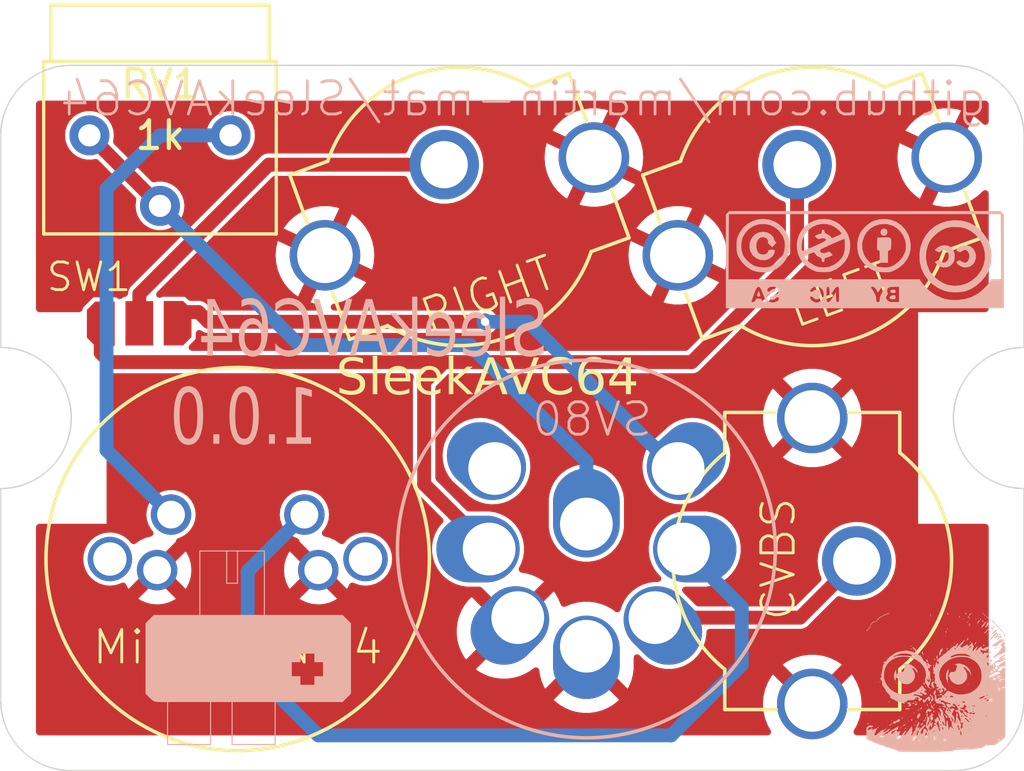
<source format=kicad_pcb>
(kicad_pcb (version 20240108) (generator "pcbnew") (generator_version "8.0")
  (layers (0 "F.Cu" signal) (31 "B.Cu" signal) (34 "B.Paste" user) (35 "F.Paste" user) (36 "B.SilkS" user "B.Silkscreen") (37 "F.SilkS" user "F.Silkscreen") (38 "B.Mask" user) (39 "F.Mask" user) (44 "Edge.Cuts" user))
  (net 0 "")
  (net 1 "GND")
  (net 2 "/LUMA")
  (net 3 "/CHROMA*")
  (net 4 "/AUDIOOUT")
  (net 5 "/COMPOSITE")
  (net 6 "/CHROMA")
  (net 7 "/STEREO")
  (net 9 "/AUDIOOUT_R")
  (footprint "SleekAVC64:RCJ-02X" (layer "F.Cu") (at 171.45 114.37 -90)
    (property "Reference" "J5" (hide yes))
    (property "Value" "CVBS" (at -0.07 1.905 90) (layer "F.SilkS") (effects (font (size 1.1684 1.1684) (thickness 0.1016)) (justify top)))
    (pad "1" thru_hole circle (at 0 -1.6 270) (size 2.5 2.5) (drill 1.7) (layers "*.Cu" "*.Mask") (net 5 "/COMPOSITE"))
    (pad "2" thru_hole circle (at -5.15 0 270) (size 2.54 2.54) (drill 2) (layers "*.Cu" "*.Mask") (net 1 "GND"))
    (pad "2" thru_hole circle (at 5.15 0 270) (size 2.54 2.54) (drill 2) (layers "*.Cu" "*.Mask") (net 1 "GND"))
  )
  (footprint "SleekAVC64:MINIDIN4_V" (layer "F.Cu") (at 150.77 114.3)
    (property "Reference" "J1" (hide yes))
    (property "Value" "Mini-DIN-4" (at 0 3.175 0) (layer "F.SilkS") (effects (font (size 1.1684 1.1684) (thickness 0.1016))))
    (pad "" thru_hole circle (at -4.6 0) (size 1.6 1.6) (drill 1.2) (layers "*.Cu" "*.Mask"))
    (pad "" thru_hole circle (at 4.6 0) (size 1.6 1.6) (drill 1.2) (layers "*.Cu" "*.Mask"))
    (pad "1" thru_hole circle (at 2.9 0.4) (size 1.4572 1.4572) (drill 1) (layers "*.Cu" "*.Mask") (net 1 "GND"))
    (pad "2" thru_hole circle (at -2.9 0.4) (size 1.4572 1.4572) (drill 1) (layers "*.Cu" "*.Mask") (net 1 "GND"))
    (pad "3" thru_hole circle (at 2.4 -1.6) (size 1.4572 1.4572) (drill 1) (layers "*.Cu" "*.Mask") (net 2 "/LUMA"))
    (pad "4" thru_hole circle (at -2.4 -1.6) (size 1.4572 1.4572) (drill 1) (layers "*.Cu" "*.Mask") (net 3 "/CHROMA*"))
  )
  (footprint "Potentiometer_THT:Potentiometer_Bourns_3339S_Horizontal" (layer "F.Cu") (at 145.4331 99.0411 90)
    (property "Reference" "RV1" (hide yes))
    (property "Value" "1k" (at 0 2.55 0) (layer "F.SilkS"))
    (fp_text user "${REFERENCE}" (at 1.845 2.55 180) (layer "F.SilkS"))
    (pad "1" thru_hole circle (at 0 0 90) (size 1.44 1.44) (drill 0.8) (layers "*.Cu" "*.Mask") (net 6 "/CHROMA"))
    (pad "2" thru_hole circle (at -2.54 2.54 90) (size 1.44 1.44) (drill 0.8) (layers "*.Cu" "*.Mask") (net 6 "/CHROMA"))
    (pad "3" thru_hole circle (at 0 5.08 90) (size 1.44 1.44) (drill 0.8) (layers "*.Cu" "*.Mask") (net 3 "/CHROMA*"))
  )
  (footprint "SleekAVC64:SOLDER_JOINT_3" (layer "F.Cu") (at 147.32 109.7063)
    (property "Reference" "SW1" (at -1.905 -5.5663 0) (layer "F.SilkS") (effects (font (thickness 0.1))))
    (property "Value" "SW_SPDT")
    (pad "1" smd roundrect (at -1.478239 -3.880633 270) (size 1.6 1) (layers "F.Cu" "F.Paste" "F.Mask") (roundrect_rratio 0) (chamfer_ratio 0.3) (chamfer bottom_left bottom_right) (net 4 "/AUDIOOUT"))
    (pad "2" smd rect (at -0.090766 -4.296286 270) (size 1.6 1) (drill (offset 0.4 0)) (layers "F.Cu" "F.Paste" "F.Mask") (net 9 "/AUDIOOUT_R"))
    (pad "3" smd roundrect (at 1.28741 -4.300732 270) (size 1.6 1) (drill (offset 0.4 0)) (layers "F.Cu" "F.Paste" "F.Mask") (roundrect_rratio 0) (chamfer_ratio 0.3) (chamfer top_left top_right) (net 7 "/STEREO"))
  )
  (footprint "SleekAVC64:RCJ-02X" (layer "F.Cu") (at 158.75 101.6 20)
    (property "Reference" "J4" (hide yes))
    (property "Value" "RIGHT" (at -0.109687 4.014594 20) (layer "F.SilkS") (effects (font (size 1.1684 1.1684) (thickness 0.1016)) (justify bottom)))
    (pad "1" thru_hole circle (at 0 -1.6 20) (size 2.5 2.5) (drill 1.7) (layers "*.Cu" "*.Mask") (net 9 "/AUDIOOUT_R"))
    (pad "2" thru_hole circle (at -5.15 0 20) (size 2.54 2.54) (drill 2) (layers "*.Cu" "*.Mask") (net 1 "GND"))
    (pad "2" thru_hole circle (at 5.15 0 20) (size 2.54 2.54) (drill 2) (layers "*.Cu" "*.Mask") (net 1 "GND"))
  )
  (footprint "SleekAVC64:RCJ-02X" (layer "F.Cu") (at 171.45 101.6 20)
    (property "Reference" "J3" (hide yes))
    (property "Value" "LEFT" (at -0.109687 4.014594 20) (layer "F.SilkS") (effects (font (size 1.1684 1.1684) (thickness 0.1016)) (justify bottom)))
    (pad "1" thru_hole circle (at 0 -1.6 20) (size 2.5 2.5) (drill 1.7) (layers "*.Cu" "*.Mask") (net 4 "/AUDIOOUT"))
    (pad "2" thru_hole circle (at -5.15 0 20) (size 2.54 2.54) (drill 2) (layers "*.Cu" "*.Mask") (net 1 "GND"))
    (pad "2" thru_hole circle (at 5.15 0 20) (size 2.54 2.54) (drill 2) (layers "*.Cu" "*.Mask") (net 1 "GND"))
  )
  (footprint "SleekAVC64:fuzzy" (layer "B.Cu") (at 175.895 118.745 180)
    (property "Reference" "G***" (hide yes))
    (property "Value" "LOGO" (hide yes))
  )
  (footprint "SleekAVC64:logo" (layer "B.Cu") (at 151.13 117.475 -90)
    (property "Reference" "G***" (hide yes))
    (property "Value" "LOGO" (hide yes))
  )
  (footprint "SleekAVC64:license" (layer "B.Cu") (at 173.355 103.505 180)
    (property "Reference" "G***" (hide yes))
    (property "Value" "LOGO" (hide yes))
  )
  (footprint "SleekAVC64:SV80_INNER" (layer "B.Cu") (at 163.32 113.94)
    (property "Reference" "J2" (hide yes))
    (property "Value" "SV80" (at -2.03 -5.355 180) (layer "B.SilkS") (effects (font (size 1.1684 1.1684) (thickness 0.1016)) (justify right top mirror)))
    (pad "1" thru_hole oval (at 3.5 0) (size 3 2.4) (drill 1.9 (offset 0.4 0)) (layers "*.Cu" "*.Mask") (net 2 "/LUMA"))
    (pad "2" thru_hole oval (at 0 3.5 270) (size 3 2.4) (drill 1.9 (offset 0.4 0)) (layers "*.Cu" "*.Mask") (net 1 "GND"))
    (pad "3" thru_hole oval (at -3.5 0 180) (size 3 2.4) (drill 1.9 (offset 0.4 0)) (layers "*.Cu" "*.Mask") (net 4 "/AUDIOOUT"))
    (pad "4" thru_hole oval (at 2.47 2.47 315) (size 3 2.4) (drill 1.9 (offset 0.4 0)) (layers "*.Cu" "*.Mask") (net 5 "/COMPOSITE"))
    (pad "5" thru_hole oval (at -2.47 2.47 225) (size 3 2.4) (drill 1.9 (offset 0.4 0)) (layers "*.Cu" "*.Mask") (net 1 "GND"))
    (pad "6" thru_hole oval (at 0 -0.9 90) (size 3.2 2.4) (drill 1.9 (offset 0.4 0)) (layers "*.Cu" "*.Mask") (net 6 "/CHROMA"))
    (pad "7" thru_hole oval (at 3.3 -2.9 42) (size 3 2.4) (drill 1.9 (offset 0.4 0)) (layers "*.Cu" "*.Mask") (net 7 "/STEREO"))
    (pad "8" thru_hole oval (at -3.3 -2.9 138) (size 3 2.4) (drill 1.9 (offset 0.4 0)) (layers "*.Cu" "*.Mask"))
  )
  (gr_arc (start 142.24 99.06) (mid 142.983949 97.263949) (end 144.78 96.52) (stroke (width 0.05)) (layer "Edge.Cuts"))
  (gr_arc (start 176.53 96.52) (mid 178.326051 97.263949) (end 179.07 99.06) (stroke (width 0.05)) (layer "Edge.Cuts"))
  (gr_line (start 142.24 111.76) (end 142.24 119.38) (stroke (width 0.05)) (layer "Edge.Cuts"))
  (gr_line (start 144.78 121.92) (end 176.53 121.92) (stroke (width 0.05)) (layer "Edge.Cuts"))
  (gr_arc (start 142.24 106.68) (mid 144.78 109.22) (end 142.24 111.76) (stroke (width 0.05)) (layer "Edge.Cuts"))
  (gr_arc (start 179.07 119.38) (mid 178.326051 121.176051) (end 176.53 121.92) (stroke (width 0.05)) (layer "Edge.Cuts"))
  (gr_line (start 142.24 99.06) (end 142.24 106.68) (stroke (width 0.05)) (layer "Edge.Cuts"))
  (gr_line (start 179.07 111.76) (end 179.07 119.38) (stroke (width 0.05)) (layer "Edge.Cuts"))
  (gr_arc (start 179.07 111.76) (mid 176.53 109.22) (end 179.07 106.68) (stroke (width 0.05)) (layer "Edge.Cuts"))
  (gr_line (start 179.07 106.68) (end 179.07 99.06) (stroke (width 0.05)) (layer "Edge.Cuts"))
  (gr_arc (start 144.78 121.92) (mid 142.983949 121.176051) (end 142.24 119.38) (stroke (width 0.05)) (layer "Edge.Cuts"))
  (gr_line (start 144.78 96.52) (end 176.53 96.52) (stroke (width 0.05)) (layer "Edge.Cuts"))
  (gr_text "github.com/martin-mat/SleekAVC64" (at 177.8 98.425 0) (layer "B.SilkS") (effects (font (size 1.2 1.2) (thickness 0.1)) (justify left bottom mirror)))
  (gr_text "1.0.0" (at 153.67 110.49 0) (layer "B.SilkS") (effects (font (size 2 1.5) (thickness 0.1)) (justify left bottom mirror)))
  (gr_text "SleekAVC64" (at 161.925 107.315 0) (layer "B.SilkS") (effects (font (size 2 1.5) (thickness 0.1)) (justify left bottom mirror)))
  (gr_text "SleekAVC64" (at 154.305 108.585 0) (layer "F.SilkS") (effects (font (size 1.3 1.3) (thickness 0.1)) (justify left bottom)))
  (segment (start 166.82 113.94) (end 168.91 116.03) (width 0.5) (layer "B.Cu") (net 2))
  (segment (start 151.13 118.11) (end 151.13 114.74) (width 0.5) (layer "B.Cu") (net 2))
  (segment (start 168.91 116.03) (end 168.91 118.11) (width 0.5) (layer "B.Cu") (net 2))
  (segment (start 153.67 120.65) (end 151.13 118.11) (width 0.5) (layer "B.Cu") (net 2))
  (segment (start 166.37 120.65) (end 153.67 120.65) (width 0.5) (layer "B.Cu") (net 2))
  (segment (start 151.13 114.74) (end 153.17 112.7) (width 0.5) (layer "B.Cu") (net 2))
  (segment (start 168.91 118.11) (end 166.37 120.65) (width 0.5) (layer "B.Cu") (net 2))
  (segment (start 147.9739 99.0411) (end 146.05 100.965) (width 0.5) (layer "B.Cu") (net 3))
  (segment (start 150.5131 99.0411) (end 147.9739 99.0411) (width 0.5) (layer "B.Cu") (net 3))
  (segment (start 146.05 110.38) (end 148.37 112.7) (width 0.5) (layer "B.Cu") (net 3))
  (segment (start 146.05 100.965) (end 146.05 110.38) (width 0.5) (layer "B.Cu") (net 3))
  (segment (start 159.82 113.94) (end 157.48 111.6) (width 0.5) (layer "F.Cu") (net 4))
  (segment (start 157.48 111.6) (end 157.48 107.9254) (width 0.5) (layer "F.Cu") (net 4))
  (segment (start 167.1138 107.2062) (end 158.1992 107.2062) (width 0.5) (layer "F.Cu") (net 4))
  (segment (start 170.9028 100.0965) (end 170.9028 103.4172) (width 0.5) (layer "F.Cu") (net 4))
  (segment (start 146.168 107.2062) (end 145.8418 106.88) (width 0.5) (layer "F.Cu") (net 4))
  (segment (start 157.48 107.9254) (end 158.1992 107.2062) (width 0.5) (layer "F.Cu") (net 4))
  (segment (start 170.9028 103.4172) (end 167.1138 107.2062) (width 0.5) (layer "F.Cu") (net 4))
  (segment (start 145.8418 105.8257) (end 145.8418 106.88) (width 0.5) (layer "F.Cu") (net 4))
  (segment (start 158.1992 107.2062) (end 146.168 107.2062) (width 0.5) (layer "F.Cu") (net 4))
  (segment (start 171.01 116.41) (end 173.05 114.37) (width 0.5) (layer "F.Cu") (net 5))
  (segment (start 165.79 116.41) (end 171.01 116.41) (width 0.5) (layer "F.Cu") (net 5))
  (segment (start 147.9731 101.5811) (end 145.4331 99.0411) (width 0.5) (layer "F.Cu") (net 6))
  (segment (start 159.1295 106.5952) (end 152.9872 106.5952) (width 0.5) (layer "B.Cu") (net 6))
  (segment (start 163.32 110.7857) (end 159.1295 106.5952) (width 0.5) (layer "B.Cu") (net 6))
  (segment (start 163.32 113.04) (end 163.32 110.7857) (width 0.5) (layer "B.Cu") (net 6))
  (segment (start 152.9872 106.5952) (end 147.9731 101.5811) (width 0.5) (layer "B.Cu") (net 6))
  (segment (start 149.7102 105.7541) (end 149.3617 105.4056) (width 0.5) (layer "F.Cu") (net 7))
  (segment (start 159.6716 105.7541) (end 149.7102 105.7541) (width 0.5) (layer "F.Cu") (net 7))
  (segment (start 148.6074 105.4056) (end 149.3617 105.4056) (width 0.5) (layer "F.Cu") (net 7))
  (via (at 159.6716 105.7541) (size 0.6) (drill 0.3) (layers "F.Cu" "B.Cu") (net 7))
  (segment (start 161.2242 105.7541) (end 159.6716 105.7541) (width 0.5) (layer "B.Cu") (net 7))
  (segment (start 166.62 111.04) (end 165.5158 110.0457) (width 0.5) (layer "B.Cu") (net 7))
  (segment (start 165.5158 110.0457) (end 161.2242 105.7541) (width 0.5) (layer "B.Cu") (net 7))
  (segment (start 147.2292 104.7557) (end 147.2292 105.40998) (width 0.5) (layer "F.Cu") (net 9))
  (segment (start 158.2028 100.0965) (end 151.8884 100.0965) (width 0.5) (layer "F.Cu") (net 9))
  (segment (start 151.8884 100.0965) (end 147.2292 104.7557) (width 0.5) (layer "F.Cu") (net 9))
  (segment (start 147.2292 105.40998) (end 147.229234 105.410014) (width 0.5) (layer "F.Cu") (net 9))
  (zone (net 1) (net_name "GND") (layer "F.Cu") (connect_pads (clearance 0)) (min_thickness 0.25) (fill yes (thermal_gap 0.5) (thermal_bridge_width 0.5))
    (polygon (pts (xy 143.51 97.79) (xy 177.8 97.79) (xy 177.8 105.41) (xy 175.26 105.41) (xy 175.26 113.03) (xy 177.8 113.03) (xy 177.8 120.65) (xy 143.51 120.65) (xy 143.51 113.03) (xy 146.05 113.03) (xy 146.05 105.41) (xy 143.51 105.41)))
  )
)
</source>
